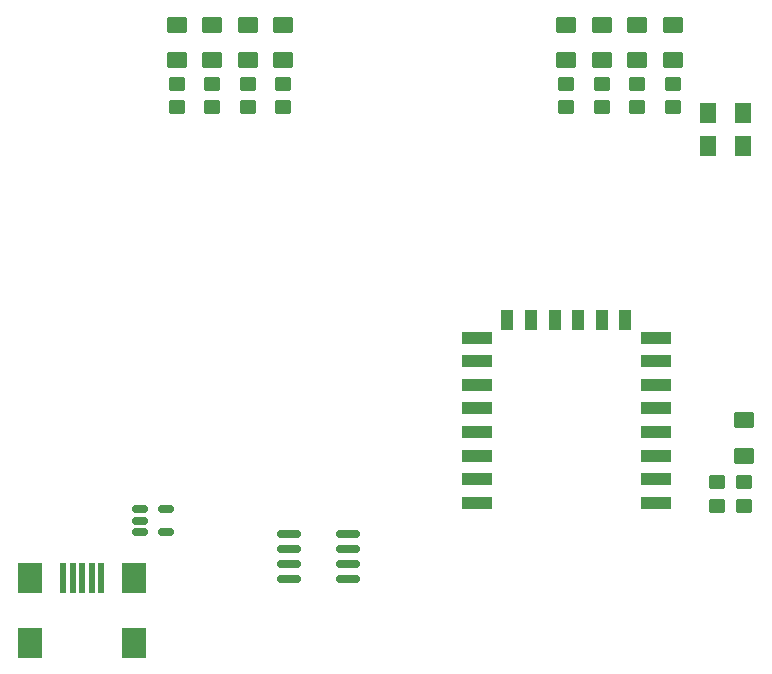
<source format=gbr>
%TF.GenerationSoftware,KiCad,Pcbnew,(6.0.7)*%
%TF.CreationDate,2023-01-15T20:37:24-05:00*%
%TF.ProjectId,ESPoules,4553506f-756c-4657-932e-6b696361645f,rev?*%
%TF.SameCoordinates,Original*%
%TF.FileFunction,Paste,Top*%
%TF.FilePolarity,Positive*%
%FSLAX46Y46*%
G04 Gerber Fmt 4.6, Leading zero omitted, Abs format (unit mm)*
G04 Created by KiCad (PCBNEW (6.0.7)) date 2023-01-15 20:37:24*
%MOMM*%
%LPD*%
G01*
G04 APERTURE LIST*
G04 Aperture macros list*
%AMRoundRect*
0 Rectangle with rounded corners*
0 $1 Rounding radius*
0 $2 $3 $4 $5 $6 $7 $8 $9 X,Y pos of 4 corners*
0 Add a 4 corners polygon primitive as box body*
4,1,4,$2,$3,$4,$5,$6,$7,$8,$9,$2,$3,0*
0 Add four circle primitives for the rounded corners*
1,1,$1+$1,$2,$3*
1,1,$1+$1,$4,$5*
1,1,$1+$1,$6,$7*
1,1,$1+$1,$8,$9*
0 Add four rect primitives between the rounded corners*
20,1,$1+$1,$2,$3,$4,$5,0*
20,1,$1+$1,$4,$5,$6,$7,0*
20,1,$1+$1,$6,$7,$8,$9,0*
20,1,$1+$1,$8,$9,$2,$3,0*%
G04 Aperture macros list end*
%ADD10RoundRect,0.250001X0.624999X-0.462499X0.624999X0.462499X-0.624999X0.462499X-0.624999X-0.462499X0*%
%ADD11RoundRect,0.250000X0.450000X-0.350000X0.450000X0.350000X-0.450000X0.350000X-0.450000X-0.350000X0*%
%ADD12RoundRect,0.250001X-0.624999X0.462499X-0.624999X-0.462499X0.624999X-0.462499X0.624999X0.462499X0*%
%ADD13RoundRect,0.150000X-0.825000X-0.150000X0.825000X-0.150000X0.825000X0.150000X-0.825000X0.150000X0*%
%ADD14RoundRect,0.250000X-0.450000X0.350000X-0.450000X-0.350000X0.450000X-0.350000X0.450000X0.350000X0*%
%ADD15R,2.500000X1.000000*%
%ADD16R,1.000000X1.800000*%
%ADD17RoundRect,0.250001X0.462499X0.624999X-0.462499X0.624999X-0.462499X-0.624999X0.462499X-0.624999X0*%
%ADD18RoundRect,0.150000X-0.512500X-0.150000X0.512500X-0.150000X0.512500X0.150000X-0.512500X0.150000X0*%
%ADD19R,0.500000X2.500000*%
%ADD20R,2.000000X2.500000*%
G04 APERTURE END LIST*
D10*
%TO.C,D2*%
X160000000Y-99975000D03*
X160000000Y-97000000D03*
%TD*%
D11*
%TO.C,R21*%
X202000000Y-104000000D03*
X202000000Y-102000000D03*
%TD*%
%TO.C,R12*%
X163000000Y-104000000D03*
X163000000Y-102000000D03*
%TD*%
D12*
%TO.C,D8*%
X193000000Y-97012500D03*
X193000000Y-99987500D03*
%TD*%
D10*
%TO.C,D3*%
X163000000Y-99975000D03*
X163000000Y-97000000D03*
%TD*%
D13*
%TO.C,U8*%
X169525000Y-140095000D03*
X169525000Y-141365000D03*
X169525000Y-142635000D03*
X169525000Y-143905000D03*
X174475000Y-143905000D03*
X174475000Y-142635000D03*
X174475000Y-141365000D03*
X174475000Y-140095000D03*
%TD*%
D11*
%TO.C,R20*%
X199000000Y-104000000D03*
X199000000Y-102000000D03*
%TD*%
D12*
%TO.C,D9*%
X196000000Y-97012500D03*
X196000000Y-99987500D03*
%TD*%
D14*
%TO.C,R6*%
X208000000Y-135750000D03*
X208000000Y-137750000D03*
%TD*%
D11*
%TO.C,R11*%
X160000000Y-104000000D03*
X160000000Y-102000000D03*
%TD*%
D15*
%TO.C,U1*%
X200600000Y-137500000D03*
X200600000Y-135500000D03*
X200600000Y-133500000D03*
X200600000Y-131500000D03*
X200600000Y-129500000D03*
X200600000Y-127500000D03*
X200600000Y-125500000D03*
X200600000Y-123500000D03*
D16*
X198000000Y-122000000D03*
X196000000Y-122000000D03*
X194000000Y-122000000D03*
X192000000Y-122000000D03*
X190000000Y-122000000D03*
X188000000Y-122000000D03*
D15*
X185400000Y-123500000D03*
X185400000Y-125500000D03*
X185400000Y-127500000D03*
X185400000Y-129500000D03*
X185400000Y-131500000D03*
X185400000Y-133500000D03*
X185400000Y-135500000D03*
X185400000Y-137500000D03*
%TD*%
D17*
%TO.C,D7*%
X207987500Y-104500000D03*
X205012500Y-104500000D03*
%TD*%
D18*
%TO.C,U2*%
X156862500Y-138050000D03*
X156862500Y-139000000D03*
X156862500Y-139950000D03*
X159137500Y-139950000D03*
X159137500Y-138050000D03*
%TD*%
D10*
%TO.C,D4*%
X166000000Y-99975000D03*
X166000000Y-97000000D03*
%TD*%
D12*
%TO.C,D10*%
X199000000Y-97012500D03*
X199000000Y-99987500D03*
%TD*%
D11*
%TO.C,R13*%
X166000000Y-104000000D03*
X166000000Y-102000000D03*
%TD*%
D10*
%TO.C,D1*%
X208000000Y-133487500D03*
X208000000Y-130512500D03*
%TD*%
D14*
%TO.C,R5*%
X205750000Y-135750000D03*
X205750000Y-137750000D03*
%TD*%
D11*
%TO.C,R19*%
X196000000Y-104000000D03*
X196000000Y-102000000D03*
%TD*%
D10*
%TO.C,D5*%
X169000000Y-99975000D03*
X169000000Y-97000000D03*
%TD*%
D17*
%TO.C,D6*%
X207987500Y-107250000D03*
X205012500Y-107250000D03*
%TD*%
D11*
%TO.C,R14*%
X169000000Y-104000000D03*
X169000000Y-102000000D03*
%TD*%
%TO.C,R4*%
X193000000Y-104000000D03*
X193000000Y-102000000D03*
%TD*%
D19*
%TO.C,J1*%
X150400000Y-143875000D03*
X151200000Y-143875000D03*
X152000000Y-143875000D03*
X152800000Y-143875000D03*
X153600000Y-143875000D03*
D20*
X147600000Y-149375000D03*
X156400000Y-143875000D03*
X156400000Y-149375000D03*
X147600000Y-143875000D03*
%TD*%
D12*
%TO.C,D11*%
X202000000Y-97012500D03*
X202000000Y-99987500D03*
%TD*%
M02*

</source>
